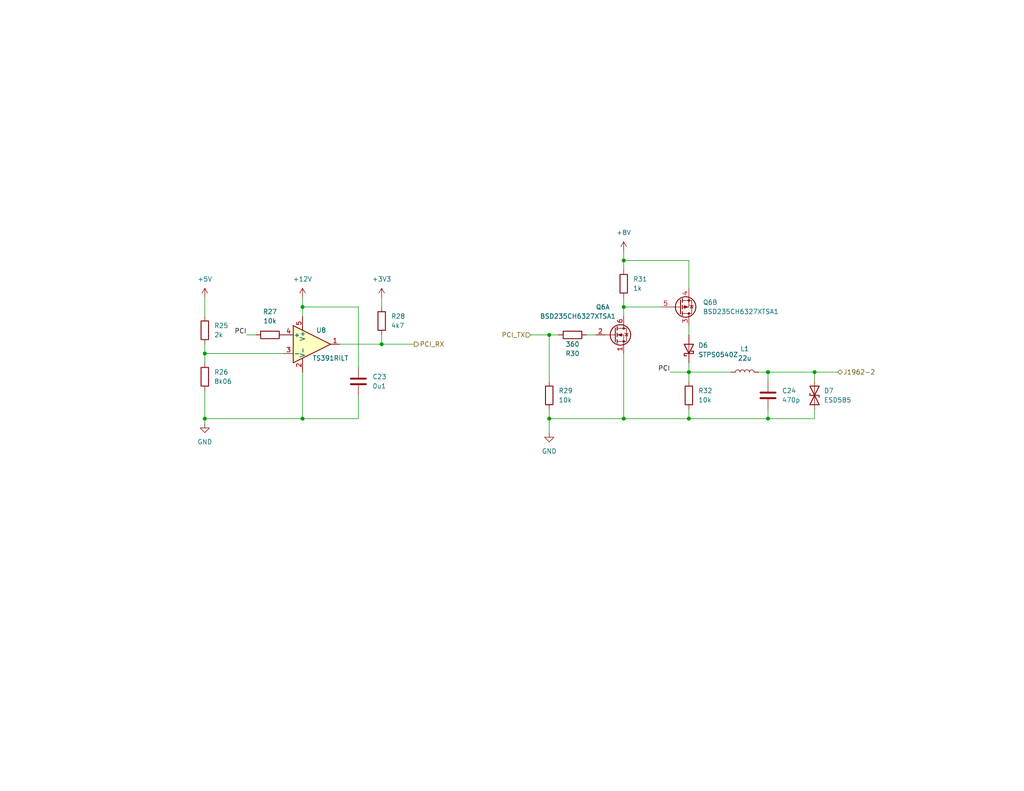
<source format=kicad_sch>
(kicad_sch (version 20211123) (generator eeschema)

  (uuid 88f30bb3-2209-4dde-a892-4620f52b9e49)

  (paper "USLetter")

  (title_block
    (title "TJ Diag")
    (date "2023-09-12")
    (rev "V1.00")
    (company "andy@britishideas.com")
    (comment 1 "V210/ChryslerScanner_V210/schematic/ChryslerScanner_V210_schematic.pdf")
    (comment 2 "Based on: https://github.com/laszlodaniel/ChryslerScanner/blob/master/PCB/")
    (comment 3 "GPL V3 LICENSE")
  )

  (lib_symbols
    (symbol "ChryslerScanner:SI1555DL" (pin_names hide) (in_bom yes) (on_board yes)
      (property "Reference" "Q" (id 0) (at 5.08 1.905 0)
        (effects (font (size 1.27 1.27)) (justify left))
      )
      (property "Value" "SI1555DL" (id 1) (at 5.08 0 0)
        (effects (font (size 1.27 1.27)) (justify left))
      )
      (property "Footprint" "Package_TO_SOT_SMD:SOT-23-6" (id 2) (at 5.08 -1.905 0)
        (effects (font (size 1.27 1.27)) (justify left) hide)
      )
      (property "Datasheet" "" (id 3) (at 2.54 0 0)
        (effects (font (size 1.27 1.27)) (justify left) hide)
      )
      (property "ki_keywords" "Dual HEXFET N-Channel P-Channel MOSFET" (id 4) (at 0 0 0)
        (effects (font (size 1.27 1.27)) hide)
      )
      (property "ki_fp_filters" "SOIC*3.9x4.9mm*P1.27mm*" (id 5) (at 0 0 0)
        (effects (font (size 1.27 1.27)) hide)
      )
      (symbol "SI1555DL_0_1"
        (polyline
          (pts
            (xy 0.254 0)
            (xy -2.54 0)
          )
          (stroke (width 0) (type default) (color 0 0 0 0))
          (fill (type none))
        )
        (polyline
          (pts
            (xy 0.254 1.905)
            (xy 0.254 -1.905)
          )
          (stroke (width 0.254) (type default) (color 0 0 0 0))
          (fill (type none))
        )
        (polyline
          (pts
            (xy 0.762 -1.27)
            (xy 0.762 -2.286)
          )
          (stroke (width 0.254) (type default) (color 0 0 0 0))
          (fill (type none))
        )
        (polyline
          (pts
            (xy 0.762 0.508)
            (xy 0.762 -0.508)
          )
          (stroke (width 0.254) (type default) (color 0 0 0 0))
          (fill (type none))
        )
        (polyline
          (pts
            (xy 0.762 2.286)
            (xy 0.762 1.27)
          )
          (stroke (width 0.254) (type default) (color 0 0 0 0))
          (fill (type none))
        )
        (polyline
          (pts
            (xy 2.54 2.54)
            (xy 2.54 1.778)
          )
          (stroke (width 0) (type default) (color 0 0 0 0))
          (fill (type none))
        )
        (polyline
          (pts
            (xy 2.54 -2.54)
            (xy 2.54 0)
            (xy 0.762 0)
          )
          (stroke (width 0) (type default) (color 0 0 0 0))
          (fill (type none))
        )
        (polyline
          (pts
            (xy 0.762 -1.778)
            (xy 3.302 -1.778)
            (xy 3.302 1.778)
            (xy 0.762 1.778)
          )
          (stroke (width 0) (type default) (color 0 0 0 0))
          (fill (type none))
        )
        (circle (center 1.651 0) (radius 2.794)
          (stroke (width 0.254) (type default) (color 0 0 0 0))
          (fill (type none))
        )
        (circle (center 2.54 -1.778) (radius 0.254)
          (stroke (width 0) (type default) (color 0 0 0 0))
          (fill (type outline))
        )
        (circle (center 2.54 1.778) (radius 0.254)
          (stroke (width 0) (type default) (color 0 0 0 0))
          (fill (type outline))
        )
      )
      (symbol "SI1555DL_1_1"
        (polyline
          (pts
            (xy 1.016 0)
            (xy 2.032 0.381)
            (xy 2.032 -0.381)
            (xy 1.016 0)
          )
          (stroke (width 0) (type default) (color 0 0 0 0))
          (fill (type outline))
        )
        (polyline
          (pts
            (xy 2.794 0.508)
            (xy 2.921 0.381)
            (xy 3.683 0.381)
            (xy 3.81 0.254)
          )
          (stroke (width 0) (type default) (color 0 0 0 0))
          (fill (type none))
        )
        (polyline
          (pts
            (xy 3.302 0.381)
            (xy 2.921 -0.254)
            (xy 3.683 -0.254)
            (xy 3.302 0.381)
          )
          (stroke (width 0) (type default) (color 0 0 0 0))
          (fill (type none))
        )
        (pin passive line (at 2.54 -5.08 90) (length 2.54)
          (name "S" (effects (font (size 1.27 1.27))))
          (number "1" (effects (font (size 1.27 1.27))))
        )
        (pin input line (at -5.08 0 0) (length 2.54)
          (name "G" (effects (font (size 1.27 1.27))))
          (number "2" (effects (font (size 1.27 1.27))))
        )
        (pin passive line (at 2.54 5.08 270) (length 2.54)
          (name "D" (effects (font (size 1.27 1.27))))
          (number "6" (effects (font (size 1.27 1.27))))
        )
      )
      (symbol "SI1555DL_2_1"
        (polyline
          (pts
            (xy 2.286 0)
            (xy 1.27 0.381)
            (xy 1.27 -0.381)
            (xy 2.286 0)
          )
          (stroke (width 0) (type default) (color 0 0 0 0))
          (fill (type outline))
        )
        (polyline
          (pts
            (xy 2.794 -0.508)
            (xy 2.921 -0.381)
            (xy 3.683 -0.381)
            (xy 3.81 -0.254)
          )
          (stroke (width 0) (type default) (color 0 0 0 0))
          (fill (type none))
        )
        (polyline
          (pts
            (xy 3.302 -0.381)
            (xy 2.921 0.254)
            (xy 3.683 0.254)
            (xy 3.302 -0.381)
          )
          (stroke (width 0) (type default) (color 0 0 0 0))
          (fill (type none))
        )
        (pin passive line (at 2.54 5.08 270) (length 2.54)
          (name "D" (effects (font (size 1.27 1.27))))
          (number "3" (effects (font (size 1.27 1.27))))
        )
        (pin passive line (at 2.54 -5.08 90) (length 2.54)
          (name "1" (effects (font (size 1.27 1.27))))
          (number "4" (effects (font (size 1.27 1.27))))
        )
        (pin input line (at -5.08 0 0) (length 2.54)
          (name "G" (effects (font (size 1.27 1.27))))
          (number "5" (effects (font (size 1.27 1.27))))
        )
      )
    )
    (symbol "ChryslerScanner:TS391RILT" (pin_names (offset 0.127)) (in_bom yes) (on_board yes)
      (property "Reference" "U" (id 0) (at 0 5.08 0)
        (effects (font (size 1.27 1.27)) (justify left))
      )
      (property "Value" "TS391RILT" (id 1) (at 0 -5.08 0)
        (effects (font (size 1.27 1.27)) (justify left))
      )
      (property "Footprint" "Package_TO_SOT_SMD:SOT-23-5" (id 2) (at 13.97 -11.43 0)
        (effects (font (size 1.27 1.27)) hide)
      )
      (property "Datasheet" "" (id 3) (at 0 5.08 0)
        (effects (font (size 1.27 1.27)) hide)
      )
      (property "manf#" "TS391RILT" (id 4) (at 0 0 0)
        (effects (font (size 1.27 1.27)) hide)
      )
      (property "ki_keywords" "single opamp" (id 5) (at 0 0 0)
        (effects (font (size 1.27 1.27)) hide)
      )
      (property "ki_fp_filters" "SOT?23*" (id 6) (at 0 0 0)
        (effects (font (size 1.27 1.27)) hide)
      )
      (symbol "TS391RILT_0_1"
        (polyline
          (pts
            (xy -5.08 5.08)
            (xy 5.08 0)
            (xy -5.08 -5.08)
            (xy -5.08 5.08)
          )
          (stroke (width 0.254) (type default) (color 0 0 0 0))
          (fill (type background))
        )
        (pin power_in line (at -2.54 -7.62 90) (length 3.81)
          (name "V-" (effects (font (size 1.27 1.27))))
          (number "2" (effects (font (size 1.27 1.27))))
        )
        (pin power_in line (at -2.54 7.62 270) (length 3.81)
          (name "V+" (effects (font (size 1.27 1.27))))
          (number "5" (effects (font (size 1.27 1.27))))
        )
      )
      (symbol "TS391RILT_1_1"
        (pin output line (at 7.62 0 180) (length 2.54)
          (name "~" (effects (font (size 1.27 1.27))))
          (number "1" (effects (font (size 1.27 1.27))))
        )
        (pin input line (at -7.62 -2.54 0) (length 2.54)
          (name "-" (effects (font (size 1.27 1.27))))
          (number "3" (effects (font (size 1.27 1.27))))
        )
        (pin input line (at -7.62 2.54 0) (length 2.54)
          (name "+" (effects (font (size 1.27 1.27))))
          (number "4" (effects (font (size 1.27 1.27))))
        )
      )
    )
    (symbol "Device:C" (pin_numbers hide) (pin_names (offset 0.254)) (in_bom yes) (on_board yes)
      (property "Reference" "C" (id 0) (at 0.635 2.54 0)
        (effects (font (size 1.27 1.27)) (justify left))
      )
      (property "Value" "C" (id 1) (at 0.635 -2.54 0)
        (effects (font (size 1.27 1.27)) (justify left))
      )
      (property "Footprint" "" (id 2) (at 0.9652 -3.81 0)
        (effects (font (size 1.27 1.27)) hide)
      )
      (property "Datasheet" "~" (id 3) (at 0 0 0)
        (effects (font (size 1.27 1.27)) hide)
      )
      (property "ki_keywords" "cap capacitor" (id 4) (at 0 0 0)
        (effects (font (size 1.27 1.27)) hide)
      )
      (property "ki_description" "Unpolarized capacitor" (id 5) (at 0 0 0)
        (effects (font (size 1.27 1.27)) hide)
      )
      (property "ki_fp_filters" "C_*" (id 6) (at 0 0 0)
        (effects (font (size 1.27 1.27)) hide)
      )
      (symbol "C_0_1"
        (polyline
          (pts
            (xy -2.032 -0.762)
            (xy 2.032 -0.762)
          )
          (stroke (width 0.508) (type default) (color 0 0 0 0))
          (fill (type none))
        )
        (polyline
          (pts
            (xy -2.032 0.762)
            (xy 2.032 0.762)
          )
          (stroke (width 0.508) (type default) (color 0 0 0 0))
          (fill (type none))
        )
      )
      (symbol "C_1_1"
        (pin passive line (at 0 3.81 270) (length 2.794)
          (name "~" (effects (font (size 1.27 1.27))))
          (number "1" (effects (font (size 1.27 1.27))))
        )
        (pin passive line (at 0 -3.81 90) (length 2.794)
          (name "~" (effects (font (size 1.27 1.27))))
          (number "2" (effects (font (size 1.27 1.27))))
        )
      )
    )
    (symbol "Device:D_Schottky" (pin_numbers hide) (pin_names (offset 1.016) hide) (in_bom yes) (on_board yes)
      (property "Reference" "D" (id 0) (at 0 2.54 0)
        (effects (font (size 1.27 1.27)))
      )
      (property "Value" "D_Schottky" (id 1) (at 0 -2.54 0)
        (effects (font (size 1.27 1.27)))
      )
      (property "Footprint" "" (id 2) (at 0 0 0)
        (effects (font (size 1.27 1.27)) hide)
      )
      (property "Datasheet" "~" (id 3) (at 0 0 0)
        (effects (font (size 1.27 1.27)) hide)
      )
      (property "ki_keywords" "diode Schottky" (id 4) (at 0 0 0)
        (effects (font (size 1.27 1.27)) hide)
      )
      (property "ki_description" "Schottky diode" (id 5) (at 0 0 0)
        (effects (font (size 1.27 1.27)) hide)
      )
      (property "ki_fp_filters" "TO-???* *_Diode_* *SingleDiode* D_*" (id 6) (at 0 0 0)
        (effects (font (size 1.27 1.27)) hide)
      )
      (symbol "D_Schottky_0_1"
        (polyline
          (pts
            (xy 1.27 0)
            (xy -1.27 0)
          )
          (stroke (width 0) (type default) (color 0 0 0 0))
          (fill (type none))
        )
        (polyline
          (pts
            (xy 1.27 1.27)
            (xy 1.27 -1.27)
            (xy -1.27 0)
            (xy 1.27 1.27)
          )
          (stroke (width 0.254) (type default) (color 0 0 0 0))
          (fill (type none))
        )
        (polyline
          (pts
            (xy -1.905 0.635)
            (xy -1.905 1.27)
            (xy -1.27 1.27)
            (xy -1.27 -1.27)
            (xy -0.635 -1.27)
            (xy -0.635 -0.635)
          )
          (stroke (width 0.254) (type default) (color 0 0 0 0))
          (fill (type none))
        )
      )
      (symbol "D_Schottky_1_1"
        (pin passive line (at -3.81 0 0) (length 2.54)
          (name "K" (effects (font (size 1.27 1.27))))
          (number "1" (effects (font (size 1.27 1.27))))
        )
        (pin passive line (at 3.81 0 180) (length 2.54)
          (name "A" (effects (font (size 1.27 1.27))))
          (number "2" (effects (font (size 1.27 1.27))))
        )
      )
    )
    (symbol "Device:D_TVS" (pin_numbers hide) (pin_names (offset 1.016) hide) (in_bom yes) (on_board yes)
      (property "Reference" "D" (id 0) (at 0 2.54 0)
        (effects (font (size 1.27 1.27)))
      )
      (property "Value" "D_TVS" (id 1) (at 0 -2.54 0)
        (effects (font (size 1.27 1.27)))
      )
      (property "Footprint" "" (id 2) (at 0 0 0)
        (effects (font (size 1.27 1.27)) hide)
      )
      (property "Datasheet" "~" (id 3) (at 0 0 0)
        (effects (font (size 1.27 1.27)) hide)
      )
      (property "ki_keywords" "diode TVS thyrector" (id 4) (at 0 0 0)
        (effects (font (size 1.27 1.27)) hide)
      )
      (property "ki_description" "Bidirectional transient-voltage-suppression diode" (id 5) (at 0 0 0)
        (effects (font (size 1.27 1.27)) hide)
      )
      (property "ki_fp_filters" "TO-???* *_Diode_* *SingleDiode* D_*" (id 6) (at 0 0 0)
        (effects (font (size 1.27 1.27)) hide)
      )
      (symbol "D_TVS_0_1"
        (polyline
          (pts
            (xy 1.27 0)
            (xy -1.27 0)
          )
          (stroke (width 0) (type default) (color 0 0 0 0))
          (fill (type none))
        )
        (polyline
          (pts
            (xy 0.508 1.27)
            (xy 0 1.27)
            (xy 0 -1.27)
            (xy -0.508 -1.27)
          )
          (stroke (width 0.254) (type default) (color 0 0 0 0))
          (fill (type none))
        )
        (polyline
          (pts
            (xy -2.54 1.27)
            (xy -2.54 -1.27)
            (xy 2.54 1.27)
            (xy 2.54 -1.27)
            (xy -2.54 1.27)
          )
          (stroke (width 0.254) (type default) (color 0 0 0 0))
          (fill (type none))
        )
      )
      (symbol "D_TVS_1_1"
        (pin passive line (at -3.81 0 0) (length 2.54)
          (name "A1" (effects (font (size 1.27 1.27))))
          (number "1" (effects (font (size 1.27 1.27))))
        )
        (pin passive line (at 3.81 0 180) (length 2.54)
          (name "A2" (effects (font (size 1.27 1.27))))
          (number "2" (effects (font (size 1.27 1.27))))
        )
      )
    )
    (symbol "Device:L" (pin_numbers hide) (pin_names (offset 1.016) hide) (in_bom yes) (on_board yes)
      (property "Reference" "L" (id 0) (at -1.27 0 90)
        (effects (font (size 1.27 1.27)))
      )
      (property "Value" "L" (id 1) (at 1.905 0 90)
        (effects (font (size 1.27 1.27)))
      )
      (property "Footprint" "" (id 2) (at 0 0 0)
        (effects (font (size 1.27 1.27)) hide)
      )
      (property "Datasheet" "~" (id 3) (at 0 0 0)
        (effects (font (size 1.27 1.27)) hide)
      )
      (property "ki_keywords" "inductor choke coil reactor magnetic" (id 4) (at 0 0 0)
        (effects (font (size 1.27 1.27)) hide)
      )
      (property "ki_description" "Inductor" (id 5) (at 0 0 0)
        (effects (font (size 1.27 1.27)) hide)
      )
      (property "ki_fp_filters" "Choke_* *Coil* Inductor_* L_*" (id 6) (at 0 0 0)
        (effects (font (size 1.27 1.27)) hide)
      )
      (symbol "L_0_1"
        (arc (start 0 -2.54) (mid 0.635 -1.905) (end 0 -1.27)
          (stroke (width 0) (type default) (color 0 0 0 0))
          (fill (type none))
        )
        (arc (start 0 -1.27) (mid 0.635 -0.635) (end 0 0)
          (stroke (width 0) (type default) (color 0 0 0 0))
          (fill (type none))
        )
        (arc (start 0 0) (mid 0.635 0.635) (end 0 1.27)
          (stroke (width 0) (type default) (color 0 0 0 0))
          (fill (type none))
        )
        (arc (start 0 1.27) (mid 0.635 1.905) (end 0 2.54)
          (stroke (width 0) (type default) (color 0 0 0 0))
          (fill (type none))
        )
      )
      (symbol "L_1_1"
        (pin passive line (at 0 3.81 270) (length 1.27)
          (name "1" (effects (font (size 1.27 1.27))))
          (number "1" (effects (font (size 1.27 1.27))))
        )
        (pin passive line (at 0 -3.81 90) (length 1.27)
          (name "2" (effects (font (size 1.27 1.27))))
          (number "2" (effects (font (size 1.27 1.27))))
        )
      )
    )
    (symbol "Device:R" (pin_numbers hide) (pin_names (offset 0)) (in_bom yes) (on_board yes)
      (property "Reference" "R" (id 0) (at 2.032 0 90)
        (effects (font (size 1.27 1.27)))
      )
      (property "Value" "R" (id 1) (at 0 0 90)
        (effects (font (size 1.27 1.27)))
      )
      (property "Footprint" "" (id 2) (at -1.778 0 90)
        (effects (font (size 1.27 1.27)) hide)
      )
      (property "Datasheet" "~" (id 3) (at 0 0 0)
        (effects (font (size 1.27 1.27)) hide)
      )
      (property "ki_keywords" "R res resistor" (id 4) (at 0 0 0)
        (effects (font (size 1.27 1.27)) hide)
      )
      (property "ki_description" "Resistor" (id 5) (at 0 0 0)
        (effects (font (size 1.27 1.27)) hide)
      )
      (property "ki_fp_filters" "R_*" (id 6) (at 0 0 0)
        (effects (font (size 1.27 1.27)) hide)
      )
      (symbol "R_0_1"
        (rectangle (start -1.016 -2.54) (end 1.016 2.54)
          (stroke (width 0.254) (type default) (color 0 0 0 0))
          (fill (type none))
        )
      )
      (symbol "R_1_1"
        (pin passive line (at 0 3.81 270) (length 1.27)
          (name "~" (effects (font (size 1.27 1.27))))
          (number "1" (effects (font (size 1.27 1.27))))
        )
        (pin passive line (at 0 -3.81 90) (length 1.27)
          (name "~" (effects (font (size 1.27 1.27))))
          (number "2" (effects (font (size 1.27 1.27))))
        )
      )
    )
    (symbol "power:+12V" (power) (pin_names (offset 0)) (in_bom yes) (on_board yes)
      (property "Reference" "#PWR" (id 0) (at 0 -3.81 0)
        (effects (font (size 1.27 1.27)) hide)
      )
      (property "Value" "+12V" (id 1) (at 0 3.556 0)
        (effects (font (size 1.27 1.27)))
      )
      (property "Footprint" "" (id 2) (at 0 0 0)
        (effects (font (size 1.27 1.27)) hide)
      )
      (property "Datasheet" "" (id 3) (at 0 0 0)
        (effects (font (size 1.27 1.27)) hide)
      )
      (property "ki_keywords" "power-flag" (id 4) (at 0 0 0)
        (effects (font (size 1.27 1.27)) hide)
      )
      (property "ki_description" "Power symbol creates a global label with name \"+12V\"" (id 5) (at 0 0 0)
        (effects (font (size 1.27 1.27)) hide)
      )
      (symbol "+12V_0_1"
        (polyline
          (pts
            (xy -0.762 1.27)
            (xy 0 2.54)
          )
          (stroke (width 0) (type default) (color 0 0 0 0))
          (fill (type none))
        )
        (polyline
          (pts
            (xy 0 0)
            (xy 0 2.54)
          )
          (stroke (width 0) (type default) (color 0 0 0 0))
          (fill (type none))
        )
        (polyline
          (pts
            (xy 0 2.54)
            (xy 0.762 1.27)
          )
          (stroke (width 0) (type default) (color 0 0 0 0))
          (fill (type none))
        )
      )
      (symbol "+12V_1_1"
        (pin power_in line (at 0 0 90) (length 0) hide
          (name "+12V" (effects (font (size 1.27 1.27))))
          (number "1" (effects (font (size 1.27 1.27))))
        )
      )
    )
    (symbol "power:+3V3" (power) (pin_names (offset 0)) (in_bom yes) (on_board yes)
      (property "Reference" "#PWR" (id 0) (at 0 -3.81 0)
        (effects (font (size 1.27 1.27)) hide)
      )
      (property "Value" "+3V3" (id 1) (at 0 3.556 0)
        (effects (font (size 1.27 1.27)))
      )
      (property "Footprint" "" (id 2) (at 0 0 0)
        (effects (font (size 1.27 1.27)) hide)
      )
      (property "Datasheet" "" (id 3) (at 0 0 0)
        (effects (font (size 1.27 1.27)) hide)
      )
      (property "ki_keywords" "power-flag" (id 4) (at 0 0 0)
        (effects (font (size 1.27 1.27)) hide)
      )
      (property "ki_description" "Power symbol creates a global label with name \"+3V3\"" (id 5) (at 0 0 0)
        (effects (font (size 1.27 1.27)) hide)
      )
      (symbol "+3V3_0_1"
        (polyline
          (pts
            (xy -0.762 1.27)
            (xy 0 2.54)
          )
          (stroke (width 0) (type default) (color 0 0 0 0))
          (fill (type none))
        )
        (polyline
          (pts
            (xy 0 0)
            (xy 0 2.54)
          )
          (stroke (width 0) (type default) (color 0 0 0 0))
          (fill (type none))
        )
        (polyline
          (pts
            (xy 0 2.54)
            (xy 0.762 1.27)
          )
          (stroke (width 0) (type default) (color 0 0 0 0))
          (fill (type none))
        )
      )
      (symbol "+3V3_1_1"
        (pin power_in line (at 0 0 90) (length 0) hide
          (name "+3V3" (effects (font (size 1.27 1.27))))
          (number "1" (effects (font (size 1.27 1.27))))
        )
      )
    )
    (symbol "power:+5V" (power) (pin_names (offset 0)) (in_bom yes) (on_board yes)
      (property "Reference" "#PWR" (id 0) (at 0 -3.81 0)
        (effects (font (size 1.27 1.27)) hide)
      )
      (property "Value" "+5V" (id 1) (at 0 3.556 0)
        (effects (font (size 1.27 1.27)))
      )
      (property "Footprint" "" (id 2) (at 0 0 0)
        (effects (font (size 1.27 1.27)) hide)
      )
      (property "Datasheet" "" (id 3) (at 0 0 0)
        (effects (font (size 1.27 1.27)) hide)
      )
      (property "ki_keywords" "power-flag" (id 4) (at 0 0 0)
        (effects (font (size 1.27 1.27)) hide)
      )
      (property "ki_description" "Power symbol creates a global label with name \"+5V\"" (id 5) (at 0 0 0)
        (effects (font (size 1.27 1.27)) hide)
      )
      (symbol "+5V_0_1"
        (polyline
          (pts
            (xy -0.762 1.27)
            (xy 0 2.54)
          )
          (stroke (width 0) (type default) (color 0 0 0 0))
          (fill (type none))
        )
        (polyline
          (pts
            (xy 0 0)
            (xy 0 2.54)
          )
          (stroke (width 0) (type default) (color 0 0 0 0))
          (fill (type none))
        )
        (polyline
          (pts
            (xy 0 2.54)
            (xy 0.762 1.27)
          )
          (stroke (width 0) (type default) (color 0 0 0 0))
          (fill (type none))
        )
      )
      (symbol "+5V_1_1"
        (pin power_in line (at 0 0 90) (length 0) hide
          (name "+5V" (effects (font (size 1.27 1.27))))
          (number "1" (effects (font (size 1.27 1.27))))
        )
      )
    )
    (symbol "power:+8V" (power) (pin_names (offset 0)) (in_bom yes) (on_board yes)
      (property "Reference" "#PWR" (id 0) (at 0 -3.81 0)
        (effects (font (size 1.27 1.27)) hide)
      )
      (property "Value" "+8V" (id 1) (at 0 3.556 0)
        (effects (font (size 1.27 1.27)))
      )
      (property "Footprint" "" (id 2) (at 0 0 0)
        (effects (font (size 1.27 1.27)) hide)
      )
      (property "Datasheet" "" (id 3) (at 0 0 0)
        (effects (font (size 1.27 1.27)) hide)
      )
      (property "ki_keywords" "power-flag" (id 4) (at 0 0 0)
        (effects (font (size 1.27 1.27)) hide)
      )
      (property "ki_description" "Power symbol creates a global label with name \"+8V\"" (id 5) (at 0 0 0)
        (effects (font (size 1.27 1.27)) hide)
      )
      (symbol "+8V_0_1"
        (polyline
          (pts
            (xy -0.762 1.27)
            (xy 0 2.54)
          )
          (stroke (width 0) (type default) (color 0 0 0 0))
          (fill (type none))
        )
        (polyline
          (pts
            (xy 0 0)
            (xy 0 2.54)
          )
          (stroke (width 0) (type default) (color 0 0 0 0))
          (fill (type none))
        )
        (polyline
          (pts
            (xy 0 2.54)
            (xy 0.762 1.27)
          )
          (stroke (width 0) (type default) (color 0 0 0 0))
          (fill (type none))
        )
      )
      (symbol "+8V_1_1"
        (pin power_in line (at 0 0 90) (length 0) hide
          (name "+8V" (effects (font (size 1.27 1.27))))
          (number "1" (effects (font (size 1.27 1.27))))
        )
      )
    )
    (symbol "power:GND" (power) (pin_names (offset 0)) (in_bom yes) (on_board yes)
      (property "Reference" "#PWR" (id 0) (at 0 -6.35 0)
        (effects (font (size 1.27 1.27)) hide)
      )
      (property "Value" "GND" (id 1) (at 0 -3.81 0)
        (effects (font (size 1.27 1.27)))
      )
      (property "Footprint" "" (id 2) (at 0 0 0)
        (effects (font (size 1.27 1.27)) hide)
      )
      (property "Datasheet" "" (id 3) (at 0 0 0)
        (effects (font (size 1.27 1.27)) hide)
      )
      (property "ki_keywords" "power-flag" (id 4) (at 0 0 0)
        (effects (font (size 1.27 1.27)) hide)
      )
      (property "ki_description" "Power symbol creates a global label with name \"GND\" , ground" (id 5) (at 0 0 0)
        (effects (font (size 1.27 1.27)) hide)
      )
      (symbol "GND_0_1"
        (polyline
          (pts
            (xy 0 0)
            (xy 0 -1.27)
            (xy 1.27 -1.27)
            (xy 0 -2.54)
            (xy -1.27 -1.27)
            (xy 0 -1.27)
          )
          (stroke (width 0) (type default) (color 0 0 0 0))
          (fill (type none))
        )
      )
      (symbol "GND_1_1"
        (pin power_in line (at 0 0 270) (length 0) hide
          (name "GND" (effects (font (size 1.27 1.27))))
          (number "1" (effects (font (size 1.27 1.27))))
        )
      )
    )
  )

  (junction (at 170.18 114.3) (diameter 0) (color 0 0 0 0)
    (uuid 06154206-bfc1-48b1-8aab-dbb3c93832c5)
  )
  (junction (at 187.96 114.3) (diameter 0) (color 0 0 0 0)
    (uuid 16c8affc-732e-43a0-a320-d3500ccf6739)
  )
  (junction (at 149.86 114.3) (diameter 0) (color 0 0 0 0)
    (uuid 2bd5a19c-0df5-4be8-8d81-47274a172f7d)
  )
  (junction (at 149.86 91.44) (diameter 0) (color 0 0 0 0)
    (uuid 56cd5f47-dfb8-4ab2-bffb-f4d89db81ab5)
  )
  (junction (at 170.18 71.12) (diameter 0) (color 0 0 0 0)
    (uuid 6e99925a-c997-435f-b48b-8c8bb6a01237)
  )
  (junction (at 170.18 83.82) (diameter 0) (color 0 0 0 0)
    (uuid 7c1e8d7c-1148-4ad6-b689-31987eb3cc1c)
  )
  (junction (at 82.55 83.82) (diameter 0) (color 0 0 0 0)
    (uuid 7e6e673b-e512-4b06-891d-a20ada3a47c7)
  )
  (junction (at 55.88 96.52) (diameter 0) (color 0 0 0 0)
    (uuid 8cda4a5d-e7ce-409e-8967-1ed89a1c0431)
  )
  (junction (at 55.88 114.3) (diameter 0) (color 0 0 0 0)
    (uuid a5ca3464-e001-45ba-acb9-50c674fc3ced)
  )
  (junction (at 209.55 114.3) (diameter 0) (color 0 0 0 0)
    (uuid bb3bf565-1643-458f-8951-a0ba46a75002)
  )
  (junction (at 209.55 101.6) (diameter 0) (color 0 0 0 0)
    (uuid cb84fd1d-8777-483e-ae36-0df70a005304)
  )
  (junction (at 187.96 101.6) (diameter 0) (color 0 0 0 0)
    (uuid cc356264-0c2b-44a1-9a40-8922669cf39a)
  )
  (junction (at 222.25 101.6) (diameter 0) (color 0 0 0 0)
    (uuid cd4bfffd-14f5-4080-9cc8-7955b970e30b)
  )
  (junction (at 82.55 114.3) (diameter 0) (color 0 0 0 0)
    (uuid f806fb48-4ab3-4050-8fc7-c6bca3afd0ce)
  )
  (junction (at 104.14 93.98) (diameter 0) (color 0 0 0 0)
    (uuid fd61600c-2618-488c-bfa5-a253ced4a4a3)
  )

  (wire (pts (xy 104.14 91.44) (xy 104.14 93.98))
    (stroke (width 0) (type default) (color 0 0 0 0))
    (uuid 03d608f0-027c-47ee-bc22-a175a7f0cfbd)
  )
  (wire (pts (xy 209.55 111.76) (xy 209.55 114.3))
    (stroke (width 0) (type default) (color 0 0 0 0))
    (uuid 113612d4-4953-46ea-bca8-8b8a63946fed)
  )
  (wire (pts (xy 55.88 96.52) (xy 55.88 99.06))
    (stroke (width 0) (type default) (color 0 0 0 0))
    (uuid 1304d38b-a6a5-4d05-b4bb-3c4fe0934856)
  )
  (wire (pts (xy 187.96 71.12) (xy 170.18 71.12))
    (stroke (width 0) (type default) (color 0 0 0 0))
    (uuid 1a45734c-8f73-4440-96c1-956d2f829caf)
  )
  (wire (pts (xy 187.96 78.74) (xy 187.96 71.12))
    (stroke (width 0) (type default) (color 0 0 0 0))
    (uuid 1aca7f1d-e07c-4ddc-acf0-5edd92da8019)
  )
  (wire (pts (xy 149.86 114.3) (xy 149.86 118.11))
    (stroke (width 0) (type default) (color 0 0 0 0))
    (uuid 1c14ff2d-ef6c-4832-b999-81d9ffff51ba)
  )
  (wire (pts (xy 187.96 99.06) (xy 187.96 101.6))
    (stroke (width 0) (type default) (color 0 0 0 0))
    (uuid 1ca0bbaf-0d6f-459e-8212-7b493ff7b36f)
  )
  (wire (pts (xy 97.79 114.3) (xy 82.55 114.3))
    (stroke (width 0) (type default) (color 0 0 0 0))
    (uuid 1cc66d29-63b4-4600-b7ca-b952fa6e0a16)
  )
  (wire (pts (xy 170.18 83.82) (xy 170.18 86.36))
    (stroke (width 0) (type default) (color 0 0 0 0))
    (uuid 2060689c-7fd8-4b10-85f2-530fc278b6ac)
  )
  (wire (pts (xy 209.55 104.14) (xy 209.55 101.6))
    (stroke (width 0) (type default) (color 0 0 0 0))
    (uuid 24f3843d-c5ef-4a23-92d0-27846222e4ca)
  )
  (wire (pts (xy 152.4 91.44) (xy 149.86 91.44))
    (stroke (width 0) (type default) (color 0 0 0 0))
    (uuid 2734bcf2-051a-46ff-b1d1-9f49036949ca)
  )
  (wire (pts (xy 104.14 93.98) (xy 92.71 93.98))
    (stroke (width 0) (type default) (color 0 0 0 0))
    (uuid 2a001d2c-ecef-4940-a88d-1e30700e0717)
  )
  (wire (pts (xy 67.31 91.44) (xy 69.85 91.44))
    (stroke (width 0) (type default) (color 0 0 0 0))
    (uuid 2c0b1e07-f420-4709-8b4d-8cf84b828c0d)
  )
  (wire (pts (xy 209.55 114.3) (xy 187.96 114.3))
    (stroke (width 0) (type default) (color 0 0 0 0))
    (uuid 3c0bc845-6cec-44b0-aeaf-e839974c8676)
  )
  (wire (pts (xy 149.86 91.44) (xy 149.86 104.14))
    (stroke (width 0) (type default) (color 0 0 0 0))
    (uuid 3ff4aee4-41eb-4f6c-8440-643405f14c13)
  )
  (wire (pts (xy 222.25 101.6) (xy 209.55 101.6))
    (stroke (width 0) (type default) (color 0 0 0 0))
    (uuid 4055eabb-03c0-475e-85d0-00a7eca297ba)
  )
  (wire (pts (xy 97.79 107.95) (xy 97.79 114.3))
    (stroke (width 0) (type default) (color 0 0 0 0))
    (uuid 415dc3f1-fc1a-4b1c-9ac5-bbad55b5f243)
  )
  (wire (pts (xy 55.88 81.28) (xy 55.88 86.36))
    (stroke (width 0) (type default) (color 0 0 0 0))
    (uuid 41c29536-fd9d-44f6-9aed-cdaed6b899ff)
  )
  (wire (pts (xy 55.88 96.52) (xy 77.47 96.52))
    (stroke (width 0) (type default) (color 0 0 0 0))
    (uuid 4b852dfa-5784-4693-a9d8-5af129e96534)
  )
  (wire (pts (xy 82.55 101.6) (xy 82.55 114.3))
    (stroke (width 0) (type default) (color 0 0 0 0))
    (uuid 4cfbb8a0-f180-4927-bfc6-1920ed12b48a)
  )
  (wire (pts (xy 187.96 111.76) (xy 187.96 114.3))
    (stroke (width 0) (type default) (color 0 0 0 0))
    (uuid 553bdf44-2dec-4056-ba97-826214c59867)
  )
  (wire (pts (xy 104.14 93.98) (xy 113.03 93.98))
    (stroke (width 0) (type default) (color 0 0 0 0))
    (uuid 5ace0037-29aa-4b38-942e-099fa4ff6d69)
  )
  (wire (pts (xy 170.18 68.58) (xy 170.18 71.12))
    (stroke (width 0) (type default) (color 0 0 0 0))
    (uuid 5b11cec5-5f9f-4bed-889c-ac7271997f4f)
  )
  (wire (pts (xy 55.88 106.68) (xy 55.88 114.3))
    (stroke (width 0) (type default) (color 0 0 0 0))
    (uuid 5db67bbb-3c0a-4d02-b3df-7e5702feb8b7)
  )
  (wire (pts (xy 187.96 101.6) (xy 187.96 104.14))
    (stroke (width 0) (type default) (color 0 0 0 0))
    (uuid 63275331-9fc3-43d4-9618-54d10e309f4c)
  )
  (wire (pts (xy 222.25 104.14) (xy 222.25 101.6))
    (stroke (width 0) (type default) (color 0 0 0 0))
    (uuid 67c60382-0e8f-4ffe-8843-dd6370afb16e)
  )
  (wire (pts (xy 182.88 101.6) (xy 187.96 101.6))
    (stroke (width 0) (type default) (color 0 0 0 0))
    (uuid 6ad57338-242e-4497-b9da-411224221457)
  )
  (wire (pts (xy 104.14 81.28) (xy 104.14 83.82))
    (stroke (width 0) (type default) (color 0 0 0 0))
    (uuid 6cceeee1-63be-40ff-9c6e-daeb7f1f5cec)
  )
  (wire (pts (xy 97.79 100.33) (xy 97.79 83.82))
    (stroke (width 0) (type default) (color 0 0 0 0))
    (uuid 704c90ae-7f79-425b-81ca-f26e9c8b6226)
  )
  (wire (pts (xy 187.96 114.3) (xy 170.18 114.3))
    (stroke (width 0) (type default) (color 0 0 0 0))
    (uuid 7267c50d-f4a4-4ca8-8e8f-fe183c03a21d)
  )
  (wire (pts (xy 55.88 114.3) (xy 55.88 115.57))
    (stroke (width 0) (type default) (color 0 0 0 0))
    (uuid 737a74a5-86fb-4bd6-85af-4f0caa38f388)
  )
  (wire (pts (xy 209.55 101.6) (xy 207.01 101.6))
    (stroke (width 0) (type default) (color 0 0 0 0))
    (uuid 7af1d230-95c4-45bd-951e-1886fd052e63)
  )
  (wire (pts (xy 55.88 93.98) (xy 55.88 96.52))
    (stroke (width 0) (type default) (color 0 0 0 0))
    (uuid 7f7d63b6-a69d-49fe-9d49-ab252161296a)
  )
  (wire (pts (xy 160.02 91.44) (xy 162.56 91.44))
    (stroke (width 0) (type default) (color 0 0 0 0))
    (uuid 9555b7bd-84d7-4411-bcb5-e298e5f91093)
  )
  (wire (pts (xy 170.18 71.12) (xy 170.18 73.66))
    (stroke (width 0) (type default) (color 0 0 0 0))
    (uuid 98f490e0-77ce-4b68-89c7-9f6ed94c161c)
  )
  (wire (pts (xy 170.18 114.3) (xy 149.86 114.3))
    (stroke (width 0) (type default) (color 0 0 0 0))
    (uuid a095f254-40ac-4594-8552-58f2db250729)
  )
  (wire (pts (xy 170.18 83.82) (xy 180.34 83.82))
    (stroke (width 0) (type default) (color 0 0 0 0))
    (uuid a5dfec28-7967-439b-8f9c-3a8703a25b16)
  )
  (wire (pts (xy 222.25 111.76) (xy 222.25 114.3))
    (stroke (width 0) (type default) (color 0 0 0 0))
    (uuid a64bb9ae-f60a-4f2e-8f12-eb236a59cbc3)
  )
  (wire (pts (xy 144.78 91.44) (xy 149.86 91.44))
    (stroke (width 0) (type default) (color 0 0 0 0))
    (uuid af7de88b-5787-4f08-9ba9-6ce23fec0177)
  )
  (wire (pts (xy 170.18 81.28) (xy 170.18 83.82))
    (stroke (width 0) (type default) (color 0 0 0 0))
    (uuid b3141e9b-1916-4471-b12a-0731dc42563f)
  )
  (wire (pts (xy 97.79 83.82) (xy 82.55 83.82))
    (stroke (width 0) (type default) (color 0 0 0 0))
    (uuid b3917eb9-18b7-4cc0-99ac-949a7d9aa538)
  )
  (wire (pts (xy 55.88 114.3) (xy 82.55 114.3))
    (stroke (width 0) (type default) (color 0 0 0 0))
    (uuid b430dff3-a0f2-4749-818c-717e4b5b3d5e)
  )
  (wire (pts (xy 222.25 114.3) (xy 209.55 114.3))
    (stroke (width 0) (type default) (color 0 0 0 0))
    (uuid b73a8fac-49cd-4f5b-8057-14d8167873e2)
  )
  (wire (pts (xy 187.96 101.6) (xy 199.39 101.6))
    (stroke (width 0) (type default) (color 0 0 0 0))
    (uuid b781dfad-56b6-4384-ac78-53739e57497c)
  )
  (wire (pts (xy 149.86 111.76) (xy 149.86 114.3))
    (stroke (width 0) (type default) (color 0 0 0 0))
    (uuid b8768249-a734-4505-8e97-001d11ffbee7)
  )
  (wire (pts (xy 82.55 81.28) (xy 82.55 83.82))
    (stroke (width 0) (type default) (color 0 0 0 0))
    (uuid bce2f352-ef73-490e-b4ed-d1698b0b540f)
  )
  (wire (pts (xy 222.25 101.6) (xy 228.6 101.6))
    (stroke (width 0) (type default) (color 0 0 0 0))
    (uuid c1c4decf-5c87-4b80-be46-30ee1598c9ad)
  )
  (wire (pts (xy 82.55 83.82) (xy 82.55 86.36))
    (stroke (width 0) (type default) (color 0 0 0 0))
    (uuid cfbb2f10-0982-48b9-a0b4-8a64ca8da1c9)
  )
  (wire (pts (xy 187.96 88.9) (xy 187.96 91.44))
    (stroke (width 0) (type default) (color 0 0 0 0))
    (uuid ebfdec73-0a79-4789-8327-bae851f42c7a)
  )
  (wire (pts (xy 170.18 96.52) (xy 170.18 114.3))
    (stroke (width 0) (type default) (color 0 0 0 0))
    (uuid f2b62c9c-898e-43ad-885a-0eac51dc8106)
  )

  (label "PCI" (at 182.88 101.6 180)
    (effects (font (size 1.27 1.27)) (justify right bottom))
    (uuid 143dda1d-12c6-40d2-a0cf-033c2563ceeb)
  )
  (label "PCI" (at 67.31 91.44 180)
    (effects (font (size 1.27 1.27)) (justify right bottom))
    (uuid 67928e64-f3e6-4306-8b52-113138bebb63)
  )

  (hierarchical_label "PCI_TX" (shape input) (at 144.78 91.44 180)
    (effects (font (size 1.27 1.27)) (justify right))
    (uuid b0df1434-7692-4b57-8cc4-8b834cbb7ee7)
  )
  (hierarchical_label "PCI_RX" (shape output) (at 113.03 93.98 0)
    (effects (font (size 1.27 1.27)) (justify left))
    (uuid c1f6fc8b-4a44-441f-8c0d-2c957f4285da)
  )
  (hierarchical_label "J1962-2" (shape bidirectional) (at 228.6 101.6 0)
    (effects (font (size 1.27 1.27)) (justify left))
    (uuid fe448489-7c44-44c2-a487-db854c6c6bf9)
  )

  (symbol (lib_id "Device:R") (at 73.66 91.44 270) (unit 1)
    (in_bom yes) (on_board yes) (fields_autoplaced)
    (uuid 0fa49211-2cd6-4450-b53e-7b8ee94f5467)
    (property "Reference" "R27" (id 0) (at 73.66 85.09 90))
    (property "Value" "10k" (id 1) (at 73.66 87.63 90))
    (property "Footprint" "Resistor_SMD:R_0603_1608Metric" (id 2) (at 73.66 89.662 90)
      (effects (font (size 1.27 1.27)) hide)
    )
    (property "Datasheet" "~" (id 3) (at 73.66 91.44 0)
      (effects (font (size 1.27 1.27)) hide)
    )
    (pin "1" (uuid b4e02cf7-8008-4329-a39c-79cb4702589a))
    (pin "2" (uuid 36ac614e-6e53-4220-8390-24cf088bcfd4))
  )

  (symbol (lib_id "power:+5V") (at 55.88 81.28 0) (unit 1)
    (in_bom yes) (on_board yes) (fields_autoplaced)
    (uuid 3755b476-9244-460f-884a-140ac31bfd02)
    (property "Reference" "#PWR043" (id 0) (at 55.88 85.09 0)
      (effects (font (size 1.27 1.27)) hide)
    )
    (property "Value" "+5V" (id 1) (at 55.88 76.2 0))
    (property "Footprint" "" (id 2) (at 55.88 81.28 0)
      (effects (font (size 1.27 1.27)) hide)
    )
    (property "Datasheet" "" (id 3) (at 55.88 81.28 0)
      (effects (font (size 1.27 1.27)) hide)
    )
    (pin "1" (uuid 19a6c383-5bdc-4b69-87b4-10f3c230c57c))
  )

  (symbol (lib_id "ChryslerScanner:TS391RILT") (at 85.09 93.98 0) (unit 1)
    (in_bom yes) (on_board yes)
    (uuid 3dcf6181-bf96-4005-8706-43f051157471)
    (property "Reference" "U8" (id 0) (at 87.63 90.17 0))
    (property "Value" "TS391RILT" (id 1) (at 90.17 97.79 0))
    (property "Footprint" "Package_TO_SOT_SMD:SOT-23-5" (id 2) (at 99.06 105.41 0)
      (effects (font (size 1.27 1.27)) hide)
    )
    (property "Datasheet" "" (id 3) (at 85.09 88.9 0)
      (effects (font (size 1.27 1.27)) hide)
    )
    (property "manf#" "TS391RILT" (id 4) (at 85.09 93.98 0)
      (effects (font (size 1.27 1.27)) hide)
    )
    (pin "2" (uuid 407646aa-c09e-4195-a6dc-1079d3f7bc59))
    (pin "5" (uuid 2f46330f-57cf-490a-bf49-9b424230fd80))
    (pin "1" (uuid aa834206-579c-428c-b536-cddc97a099f7))
    (pin "3" (uuid d9135b41-5f9b-4c0e-a24c-866c5e14d3e5))
    (pin "4" (uuid 607eaf5b-35f8-490f-a2d2-9eb06b62c89f))
  )

  (symbol (lib_id "Device:D_TVS") (at 222.25 107.95 90) (unit 1)
    (in_bom yes) (on_board yes) (fields_autoplaced)
    (uuid 5125edca-6a67-4ecc-9070-dcbf2569c12c)
    (property "Reference" "D7" (id 0) (at 224.79 106.6799 90)
      (effects (font (size 1.27 1.27)) (justify right))
    )
    (property "Value" "ESD5B5" (id 1) (at 224.79 109.2199 90)
      (effects (font (size 1.27 1.27)) (justify right))
    )
    (property "Footprint" "Diode_SMD:D_SOD-523" (id 2) (at 222.25 107.95 0)
      (effects (font (size 1.27 1.27)) hide)
    )
    (property "Datasheet" "~" (id 3) (at 222.25 107.95 0)
      (effects (font (size 1.27 1.27)) hide)
    )
    (property "manf#" "ESD5B5.0ST5G" (id 4) (at 222.25 107.95 0)
      (effects (font (size 1.27 1.27)) hide)
    )
    (pin "1" (uuid d7831eb2-6895-4b87-aa47-a0f080f73123))
    (pin "2" (uuid 951f70a8-caac-4bea-97dd-5008e3fcdbda))
  )

  (symbol (lib_id "Device:R") (at 104.14 87.63 180) (unit 1)
    (in_bom yes) (on_board yes)
    (uuid 5130fd7d-c926-4cb9-8094-e3870022a55d)
    (property "Reference" "R28" (id 0) (at 106.68 86.3599 0)
      (effects (font (size 1.27 1.27)) (justify right))
    )
    (property "Value" "4k7" (id 1) (at 106.68 88.8999 0)
      (effects (font (size 1.27 1.27)) (justify right))
    )
    (property "Footprint" "Resistor_SMD:R_0603_1608Metric" (id 2) (at 105.918 87.63 90)
      (effects (font (size 1.27 1.27)) hide)
    )
    (property "Datasheet" "~" (id 3) (at 104.14 87.63 0)
      (effects (font (size 1.27 1.27)) hide)
    )
    (pin "1" (uuid 8e93e001-cf7c-4b02-8f13-df76dfc3b54e))
    (pin "2" (uuid 19fa841d-0456-4fb7-a945-2a599336be15))
  )

  (symbol (lib_id "Device:C") (at 97.79 104.14 0) (unit 1)
    (in_bom yes) (on_board yes) (fields_autoplaced)
    (uuid 520b2f0b-7430-4b0f-81a6-405997509854)
    (property "Reference" "C23" (id 0) (at 101.6 102.8699 0)
      (effects (font (size 1.27 1.27)) (justify left))
    )
    (property "Value" "0u1" (id 1) (at 101.6 105.4099 0)
      (effects (font (size 1.27 1.27)) (justify left))
    )
    (property "Footprint" "Capacitor_SMD:C_0603_1608Metric" (id 2) (at 98.7552 107.95 0)
      (effects (font (size 1.27 1.27)) hide)
    )
    (property "Datasheet" "~" (id 3) (at 97.79 104.14 0)
      (effects (font (size 1.27 1.27)) hide)
    )
    (pin "1" (uuid 6486d09c-033d-485b-9f74-38a4fb161ef0))
    (pin "2" (uuid 86c6537c-949b-46bf-aacd-33db9d5df4f7))
  )

  (symbol (lib_id "power:+8V") (at 170.18 68.58 0) (unit 1)
    (in_bom yes) (on_board yes) (fields_autoplaced)
    (uuid 557d8b1a-aa01-42d3-ae42-d458223d082d)
    (property "Reference" "#PWR048" (id 0) (at 170.18 72.39 0)
      (effects (font (size 1.27 1.27)) hide)
    )
    (property "Value" "+8V" (id 1) (at 170.18 63.5 0))
    (property "Footprint" "" (id 2) (at 170.18 68.58 0)
      (effects (font (size 1.27 1.27)) hide)
    )
    (property "Datasheet" "" (id 3) (at 170.18 68.58 0)
      (effects (font (size 1.27 1.27)) hide)
    )
    (pin "1" (uuid 2b64cddf-b708-4ba9-98ef-4071e2fac473))
  )

  (symbol (lib_id "Device:R") (at 55.88 102.87 0) (unit 1)
    (in_bom yes) (on_board yes) (fields_autoplaced)
    (uuid 5d7873b4-96aa-4c26-931e-10730006cd80)
    (property "Reference" "R26" (id 0) (at 58.42 101.5999 0)
      (effects (font (size 1.27 1.27)) (justify left))
    )
    (property "Value" "8k06" (id 1) (at 58.42 104.1399 0)
      (effects (font (size 1.27 1.27)) (justify left))
    )
    (property "Footprint" "Resistor_SMD:R_0603_1608Metric" (id 2) (at 54.102 102.87 90)
      (effects (font (size 1.27 1.27)) hide)
    )
    (property "Datasheet" "~" (id 3) (at 55.88 102.87 0)
      (effects (font (size 1.27 1.27)) hide)
    )
    (pin "1" (uuid d64aaef1-523c-41d4-8209-079a8396a92a))
    (pin "2" (uuid 82cf92c6-31fe-4840-97c3-9d3c00557d78))
  )

  (symbol (lib_id "Device:R") (at 149.86 107.95 0) (unit 1)
    (in_bom yes) (on_board yes) (fields_autoplaced)
    (uuid 61cdfda5-c8b9-423c-bb32-12cc04858abc)
    (property "Reference" "R29" (id 0) (at 152.4 106.6799 0)
      (effects (font (size 1.27 1.27)) (justify left))
    )
    (property "Value" "10k" (id 1) (at 152.4 109.2199 0)
      (effects (font (size 1.27 1.27)) (justify left))
    )
    (property "Footprint" "Resistor_SMD:R_0603_1608Metric" (id 2) (at 148.082 107.95 90)
      (effects (font (size 1.27 1.27)) hide)
    )
    (property "Datasheet" "~" (id 3) (at 149.86 107.95 0)
      (effects (font (size 1.27 1.27)) hide)
    )
    (pin "1" (uuid f2b7fcd8-33ca-4343-b378-fa0a596579a4))
    (pin "2" (uuid 5b74abb2-eeb8-44ad-8e03-916933163b69))
  )

  (symbol (lib_id "Device:R") (at 170.18 77.47 0) (unit 1)
    (in_bom yes) (on_board yes)
    (uuid 622859dc-7766-4c8c-94d6-f06a92a387e8)
    (property "Reference" "R31" (id 0) (at 172.72 76.1999 0)
      (effects (font (size 1.27 1.27)) (justify left))
    )
    (property "Value" "1k" (id 1) (at 172.72 78.7399 0)
      (effects (font (size 1.27 1.27)) (justify left))
    )
    (property "Footprint" "Resistor_SMD:R_0603_1608Metric" (id 2) (at 168.402 77.47 90)
      (effects (font (size 1.27 1.27)) hide)
    )
    (property "Datasheet" "~" (id 3) (at 170.18 77.47 0)
      (effects (font (size 1.27 1.27)) hide)
    )
    (pin "1" (uuid 78455b96-2d37-44d2-b850-5ffd1a766928))
    (pin "2" (uuid 78da5b9c-96ea-4deb-bbc7-b307c10a4280))
  )

  (symbol (lib_id "Device:R") (at 55.88 90.17 0) (unit 1)
    (in_bom yes) (on_board yes) (fields_autoplaced)
    (uuid 65aafdaf-8cd3-423f-9657-d22c9cb924ea)
    (property "Reference" "R25" (id 0) (at 58.42 88.8999 0)
      (effects (font (size 1.27 1.27)) (justify left))
    )
    (property "Value" "2k" (id 1) (at 58.42 91.4399 0)
      (effects (font (size 1.27 1.27)) (justify left))
    )
    (property "Footprint" "Resistor_SMD:R_0603_1608Metric" (id 2) (at 54.102 90.17 90)
      (effects (font (size 1.27 1.27)) hide)
    )
    (property "Datasheet" "~" (id 3) (at 55.88 90.17 0)
      (effects (font (size 1.27 1.27)) hide)
    )
    (pin "1" (uuid 81313cb4-c42e-42d4-8b8b-59ebfe4ecb20))
    (pin "2" (uuid 4d963d48-9311-4647-be5b-38b2ad4dd1ae))
  )

  (symbol (lib_id "power:GND") (at 55.88 115.57 0) (unit 1)
    (in_bom yes) (on_board yes) (fields_autoplaced)
    (uuid 67621007-08bd-4b51-8aa3-d2053779e0eb)
    (property "Reference" "#PWR044" (id 0) (at 55.88 121.92 0)
      (effects (font (size 1.27 1.27)) hide)
    )
    (property "Value" "GND" (id 1) (at 55.88 120.65 0))
    (property "Footprint" "" (id 2) (at 55.88 115.57 0)
      (effects (font (size 1.27 1.27)) hide)
    )
    (property "Datasheet" "" (id 3) (at 55.88 115.57 0)
      (effects (font (size 1.27 1.27)) hide)
    )
    (pin "1" (uuid 0779a5e8-b9a5-4164-803d-7d3511e5cf41))
  )

  (symbol (lib_id "Device:D_Schottky") (at 187.96 95.25 90) (unit 1)
    (in_bom yes) (on_board yes) (fields_autoplaced)
    (uuid 7b01565c-e2b5-4f69-8a13-c83ce6709cd4)
    (property "Reference" "D6" (id 0) (at 190.5 94.2974 90)
      (effects (font (size 1.27 1.27)) (justify right))
    )
    (property "Value" "STPS0540Z" (id 1) (at 190.5 96.8374 90)
      (effects (font (size 1.27 1.27)) (justify right))
    )
    (property "Footprint" "Britishideas:SOD-123" (id 2) (at 187.96 95.25 0)
      (effects (font (size 1.27 1.27)) hide)
    )
    (property "Datasheet" "~" (id 3) (at 187.96 95.25 0)
      (effects (font (size 1.27 1.27)) hide)
    )
    (property "manf#" "STPS0540Z" (id 4) (at 187.96 95.25 0)
      (effects (font (size 1.27 1.27)) hide)
    )
    (pin "1" (uuid 3e44941e-9e6e-4186-947f-dc5bc8e2de95))
    (pin "2" (uuid 6dac91a7-299f-4a89-98ec-4ed51c2073e0))
  )

  (symbol (lib_id "Device:L") (at 203.2 101.6 90) (unit 1)
    (in_bom yes) (on_board yes) (fields_autoplaced)
    (uuid 880979f0-fdbf-4477-87e0-5c1e73f31c20)
    (property "Reference" "L1" (id 0) (at 203.2 95.25 90))
    (property "Value" "22u" (id 1) (at 203.2 97.79 90))
    (property "Footprint" "Inductor_SMD:L_0805_2012Metric" (id 2) (at 203.2 101.6 0)
      (effects (font (size 1.27 1.27)) hide)
    )
    (property "Datasheet" "~" (id 3) (at 203.2 101.6 0)
      (effects (font (size 1.27 1.27)) hide)
    )
    (property "manf#" "MLZ2012P220WT000" (id 4) (at 203.2 101.6 90)
      (effects (font (size 1.27 1.27)) hide)
    )
    (pin "1" (uuid ff7f8aa0-67bc-439b-a45e-44b58109b649))
    (pin "2" (uuid 86d8ca94-58db-4d41-90b9-aa56bf95df35))
  )

  (symbol (lib_id "Device:R") (at 187.96 107.95 0) (unit 1)
    (in_bom yes) (on_board yes) (fields_autoplaced)
    (uuid 8dc65c80-e703-48ad-bb5c-5a3bbe34f435)
    (property "Reference" "R32" (id 0) (at 190.5 106.6799 0)
      (effects (font (size 1.27 1.27)) (justify left))
    )
    (property "Value" "10k" (id 1) (at 190.5 109.2199 0)
      (effects (font (size 1.27 1.27)) (justify left))
    )
    (property "Footprint" "Resistor_SMD:R_0603_1608Metric" (id 2) (at 186.182 107.95 90)
      (effects (font (size 1.27 1.27)) hide)
    )
    (property "Datasheet" "~" (id 3) (at 187.96 107.95 0)
      (effects (font (size 1.27 1.27)) hide)
    )
    (pin "1" (uuid c03b11d3-690c-4776-b5c2-245a7342de6a))
    (pin "2" (uuid 84c82ac1-e875-41ba-a582-dc32d8ed53fa))
  )

  (symbol (lib_id "Device:C") (at 209.55 107.95 0) (unit 1)
    (in_bom yes) (on_board yes) (fields_autoplaced)
    (uuid 91edd2af-503b-4851-98e8-d34555d5db8f)
    (property "Reference" "C24" (id 0) (at 213.36 106.6799 0)
      (effects (font (size 1.27 1.27)) (justify left))
    )
    (property "Value" "470p" (id 1) (at 213.36 109.2199 0)
      (effects (font (size 1.27 1.27)) (justify left))
    )
    (property "Footprint" "Capacitor_SMD:C_0603_1608Metric" (id 2) (at 210.5152 111.76 0)
      (effects (font (size 1.27 1.27)) hide)
    )
    (property "Datasheet" "~" (id 3) (at 209.55 107.95 0)
      (effects (font (size 1.27 1.27)) hide)
    )
    (pin "1" (uuid c5084737-1e47-40a5-8061-27c1999facca))
    (pin "2" (uuid fea985c3-6397-430d-b6fa-9a5df7360b60))
  )

  (symbol (lib_id "Device:R") (at 156.21 91.44 90) (unit 1)
    (in_bom yes) (on_board yes)
    (uuid 9ae3fc36-75ca-4655-8883-32335efe7827)
    (property "Reference" "R30" (id 0) (at 156.21 96.52 90))
    (property "Value" "360" (id 1) (at 156.21 93.98 90))
    (property "Footprint" "Resistor_SMD:R_0603_1608Metric" (id 2) (at 156.21 93.218 90)
      (effects (font (size 1.27 1.27)) hide)
    )
    (property "Datasheet" "~" (id 3) (at 156.21 91.44 0)
      (effects (font (size 1.27 1.27)) hide)
    )
    (pin "1" (uuid 00409bae-2d23-4e50-bc49-a09e3cf613d7))
    (pin "2" (uuid 2a67fde1-0934-4c92-82ba-57978094da1f))
  )

  (symbol (lib_id "power:GND") (at 149.86 118.11 0) (unit 1)
    (in_bom yes) (on_board yes) (fields_autoplaced)
    (uuid b58949f9-9717-446d-ba27-4ef80bf544fa)
    (property "Reference" "#PWR047" (id 0) (at 149.86 124.46 0)
      (effects (font (size 1.27 1.27)) hide)
    )
    (property "Value" "GND" (id 1) (at 149.86 123.19 0))
    (property "Footprint" "" (id 2) (at 149.86 118.11 0)
      (effects (font (size 1.27 1.27)) hide)
    )
    (property "Datasheet" "" (id 3) (at 149.86 118.11 0)
      (effects (font (size 1.27 1.27)) hide)
    )
    (pin "1" (uuid c34ba788-1681-432e-9136-0b80288eb089))
  )

  (symbol (lib_id "power:+12V") (at 82.55 81.28 0) (unit 1)
    (in_bom yes) (on_board yes) (fields_autoplaced)
    (uuid bc742b8a-0a85-4eed-b47d-f3957b38e88a)
    (property "Reference" "#PWR045" (id 0) (at 82.55 85.09 0)
      (effects (font (size 1.27 1.27)) hide)
    )
    (property "Value" "+12V" (id 1) (at 82.55 76.2 0))
    (property "Footprint" "" (id 2) (at 82.55 81.28 0)
      (effects (font (size 1.27 1.27)) hide)
    )
    (property "Datasheet" "" (id 3) (at 82.55 81.28 0)
      (effects (font (size 1.27 1.27)) hide)
    )
    (pin "1" (uuid 78a092ac-9a36-4b16-a9b8-832e70aaeea4))
  )

  (symbol (lib_id "power:+3V3") (at 104.14 81.28 0) (unit 1)
    (in_bom yes) (on_board yes) (fields_autoplaced)
    (uuid dce63d95-e431-4484-85e0-1de80d0338a7)
    (property "Reference" "#PWR046" (id 0) (at 104.14 85.09 0)
      (effects (font (size 1.27 1.27)) hide)
    )
    (property "Value" "+3V3" (id 1) (at 104.14 76.2 0))
    (property "Footprint" "" (id 2) (at 104.14 81.28 0)
      (effects (font (size 1.27 1.27)) hide)
    )
    (property "Datasheet" "" (id 3) (at 104.14 81.28 0)
      (effects (font (size 1.27 1.27)) hide)
    )
    (pin "1" (uuid 9ef6a2a9-5e2a-4843-8a7e-fee0ef76d5a7))
  )

  (symbol (lib_id "ChryslerScanner:SI1555DL") (at 167.64 91.44 0) (unit 1)
    (in_bom yes) (on_board yes)
    (uuid e32d344c-e831-41eb-b236-7adb62e5f8d1)
    (property "Reference" "Q6" (id 0) (at 162.56 83.82 0)
      (effects (font (size 1.27 1.27)) (justify left))
    )
    (property "Value" "BSD235CH6327XTSA1" (id 1) (at 147.32 86.36 0)
      (effects (font (size 1.27 1.27)) (justify left))
    )
    (property "Footprint" "Package_TO_SOT_SMD:SOT-363_SC-70-6" (id 2) (at 172.72 93.345 0)
      (effects (font (size 1.27 1.27)) (justify left) hide)
    )
    (property "Datasheet" "" (id 3) (at 170.18 91.44 0)
      (effects (font (size 1.27 1.27)) (justify left) hide)
    )
    (property "manf#" "BSD235CH6327XTSA1" (id 4) (at 167.64 91.44 0)
      (effects (font (size 1.27 1.27)) hide)
    )
    (pin "1" (uuid c5352aac-f75e-4af4-86f8-8c2e38c2ab37))
    (pin "2" (uuid 4c7319f1-c41f-48f2-94ff-330106a07cb0))
    (pin "6" (uuid 102bbc06-f3f6-4e68-8874-c64a5aad10e7))
    (pin "3" (uuid af0f28c0-d492-43e3-b877-eaebd2eb5d3b))
    (pin "4" (uuid 71b1aded-e736-4bbb-a847-a06981618308))
    (pin "5" (uuid 78d6f123-5369-432e-a36a-35f982aa27ec))
  )

  (symbol (lib_id "ChryslerScanner:SI1555DL") (at 185.42 83.82 0) (mirror x) (unit 2)
    (in_bom yes) (on_board yes) (fields_autoplaced)
    (uuid f83b192d-3a25-47f6-b4c6-ce235230a3f6)
    (property "Reference" "Q6" (id 0) (at 191.77 82.5499 0)
      (effects (font (size 1.27 1.27)) (justify left))
    )
    (property "Value" "BSD235CH6327XTSA1" (id 1) (at 191.77 85.0899 0)
      (effects (font (size 1.27 1.27)) (justify left))
    )
    (property "Footprint" "Package_TO_SOT_SMD:SOT-363_SC-70-6" (id 2) (at 190.5 81.915 0)
      (effects (font (size 1.27 1.27)) (justify left) hide)
    )
    (property "Datasheet" "" (id 3) (at 187.96 83.82 0)
      (effects (font (size 1.27 1.27)) (justify left) hide)
    )
    (property "manf#" "BSD235CH6327XTSA1" (id 4) (at 167.64 91.44 0)
      (effects (font (size 1.27 1.27)) hide)
    )
    (pin "1" (uuid bfcc9c67-cc0f-4e0d-9eb0-0d682f3ebd31))
    (pin "2" (uuid 7c1bfd36-88a8-4198-af49-a20cc49a0ac1))
    (pin "6" (uuid b1c54a7a-c2b5-4af7-8428-d979e0a2bda1))
    (pin "3" (uuid e39686fe-8ca4-49a2-8e34-4aeecdf9182f))
    (pin "4" (uuid 2c8ffae7-447b-4d18-9e28-c5470eafd5e9))
    (pin "5" (uuid 3cdb2c33-05e3-4f4f-86fd-a50ea8b4063e))
  )
)

</source>
